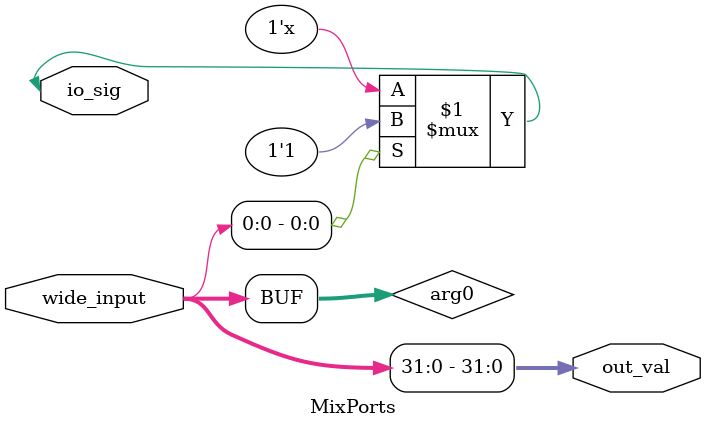
<source format=sv>
module MixPorts(
  input  logic [63:0] wide_input,
  output logic [31:0] out_val,
  inout  logic        io_sig
);

  logic [63:0] arg0;

  assign arg0 = wide_input;
  assign out_val = arg0[31:0];
  assign io_sig = (out_val[0]) ? 1'b1 : 1'bz;

endmodule
</source>
